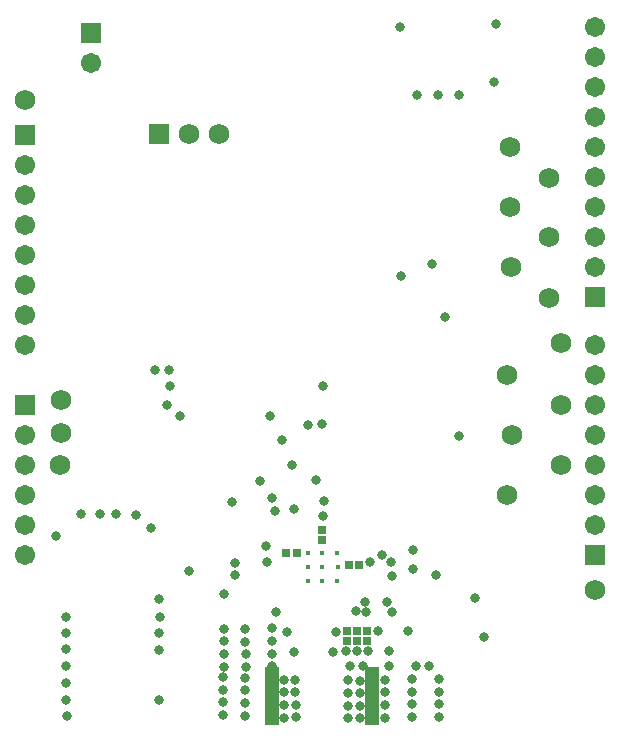
<source format=gbs>
G04 Layer_Color=16711935*
%FSLAX43Y43*%
%MOMM*%
G71*
G01*
G75*
%ADD84R,1.223X4.953*%
%ADD86R,0.723X0.723*%
%ADD92R,0.723X0.723*%
%ADD93R,0.653X0.753*%
%ADD99C,1.753*%
%ADD100C,1.703*%
%ADD101R,1.703X1.703*%
%ADD102R,1.753X1.753*%
%ADD103C,0.803*%
%ADD104C,0.450*%
D84*
X22380Y2375D02*
D03*
X30880D02*
D03*
D86*
X30475Y7075D02*
D03*
Y7875D02*
D03*
X28725Y7875D02*
D03*
Y7075D02*
D03*
X29600Y7075D02*
D03*
Y7875D02*
D03*
X26650Y15625D02*
D03*
Y16425D02*
D03*
D92*
X28950Y13500D02*
D03*
X29750D02*
D03*
D93*
X24500Y14500D02*
D03*
X23600D02*
D03*
D99*
X45875Y36100D02*
D03*
X4525Y27400D02*
D03*
X4475Y21900D02*
D03*
X42575Y48840D02*
D03*
X45850Y46250D02*
D03*
X42575Y43775D02*
D03*
X45850Y41225D02*
D03*
X42600Y38675D02*
D03*
X17915Y49950D02*
D03*
X15375D02*
D03*
X1500Y52850D02*
D03*
X49760Y11325D02*
D03*
X4525Y24650D02*
D03*
X46875Y27000D02*
D03*
X42700Y24475D02*
D03*
X46850Y21900D02*
D03*
X42275Y19400D02*
D03*
X46850Y32300D02*
D03*
X42300Y29550D02*
D03*
D100*
X1500Y32080D02*
D03*
Y34620D02*
D03*
Y37160D02*
D03*
Y39700D02*
D03*
Y42240D02*
D03*
Y44780D02*
D03*
Y47320D02*
D03*
X49760Y38680D02*
D03*
Y43760D02*
D03*
Y46300D02*
D03*
Y48840D02*
D03*
Y51380D02*
D03*
Y53920D02*
D03*
Y56460D02*
D03*
Y59000D02*
D03*
Y41220D02*
D03*
X1500Y14300D02*
D03*
Y16840D02*
D03*
Y19380D02*
D03*
Y21920D02*
D03*
Y24460D02*
D03*
X49760Y32080D02*
D03*
Y29540D02*
D03*
Y27000D02*
D03*
Y24460D02*
D03*
Y21920D02*
D03*
Y19380D02*
D03*
Y16840D02*
D03*
X7100Y55985D02*
D03*
D101*
X1500Y49860D02*
D03*
X49760Y36140D02*
D03*
X1500Y27000D02*
D03*
X49760Y14300D02*
D03*
X7100Y58525D02*
D03*
D102*
X12835Y49950D02*
D03*
D103*
X4100Y15950D02*
D03*
X37075Y34475D02*
D03*
X26625Y25375D02*
D03*
X22225Y26075D02*
D03*
X14625D02*
D03*
X12175Y16575D02*
D03*
X13525Y27025D02*
D03*
X10875Y17675D02*
D03*
X26750Y28600D02*
D03*
X13800D02*
D03*
X9200Y17750D02*
D03*
X33300Y37900D02*
D03*
X13700Y30000D02*
D03*
X35925Y38950D02*
D03*
X7825Y17750D02*
D03*
X12475Y29950D02*
D03*
X6200Y17775D02*
D03*
X12875Y2075D02*
D03*
X5000Y9100D02*
D03*
Y7700D02*
D03*
Y6325D02*
D03*
Y3500D02*
D03*
X12875Y10575D02*
D03*
Y6275D02*
D03*
Y7675D02*
D03*
X12900Y9100D02*
D03*
X5000Y4950D02*
D03*
X5025Y700D02*
D03*
X5000Y2075D02*
D03*
X32000Y3750D02*
D03*
X36550Y1692D02*
D03*
X34275Y625D02*
D03*
X36550Y3825D02*
D03*
X34275D02*
D03*
Y2758D02*
D03*
X36550D02*
D03*
X28992Y4950D02*
D03*
X30110D02*
D03*
X22375Y8100D02*
D03*
Y7033D02*
D03*
X22400Y4900D02*
D03*
Y5967D02*
D03*
X20150Y8050D02*
D03*
Y6983D02*
D03*
X20175Y4850D02*
D03*
Y5917D02*
D03*
X18300Y8075D02*
D03*
Y7008D02*
D03*
X18325Y4875D02*
D03*
Y5942D02*
D03*
X18250Y3975D02*
D03*
Y2908D02*
D03*
X18275Y775D02*
D03*
Y1842D02*
D03*
X20125Y3925D02*
D03*
Y2858D02*
D03*
X20150Y725D02*
D03*
Y1792D02*
D03*
X23400Y3750D02*
D03*
Y2683D02*
D03*
X23425Y550D02*
D03*
Y1617D02*
D03*
X24375Y3775D02*
D03*
Y2708D02*
D03*
X24400Y575D02*
D03*
Y1642D02*
D03*
X32346Y4950D02*
D03*
X35700D02*
D03*
X34582D02*
D03*
X36550Y625D02*
D03*
X34275Y1692D02*
D03*
X29825Y3675D02*
D03*
Y2608D02*
D03*
X29850Y475D02*
D03*
Y1542D02*
D03*
X28850Y3700D02*
D03*
Y2633D02*
D03*
X28875Y500D02*
D03*
Y1567D02*
D03*
X32000Y2683D02*
D03*
Y550D02*
D03*
Y1617D02*
D03*
X30700Y13750D02*
D03*
X31725Y14275D02*
D03*
X34350Y14775D02*
D03*
X27600Y6125D02*
D03*
X24250D02*
D03*
X40350Y7375D02*
D03*
X33900Y7850D02*
D03*
X26800Y18850D02*
D03*
X31350Y7875D02*
D03*
X29625Y6225D02*
D03*
X30500D02*
D03*
X28700D02*
D03*
X41375Y59250D02*
D03*
X33225Y59050D02*
D03*
X23675Y7775D02*
D03*
X22775Y9450D02*
D03*
X22000Y13725D02*
D03*
X21925Y15050D02*
D03*
X19000Y18825D02*
D03*
X19250Y13600D02*
D03*
Y12600D02*
D03*
X18375Y11050D02*
D03*
X27800Y7825D02*
D03*
X32275Y6175D02*
D03*
X30250Y10350D02*
D03*
X29500Y9575D02*
D03*
X32175Y10375D02*
D03*
X39625Y10700D02*
D03*
X32575Y9450D02*
D03*
X22625Y18000D02*
D03*
X22425Y19150D02*
D03*
X21375Y20600D02*
D03*
X24125Y21900D02*
D03*
X24250Y18175D02*
D03*
X36325Y12650D02*
D03*
X34375Y13150D02*
D03*
X30400Y9500D02*
D03*
X32450Y13700D02*
D03*
X32575Y12550D02*
D03*
X26125Y20675D02*
D03*
X15375Y12925D02*
D03*
X23275Y24075D02*
D03*
X26725Y17600D02*
D03*
X25450Y25325D02*
D03*
X41200Y54375D02*
D03*
X38200Y53250D02*
D03*
X36450D02*
D03*
X34675D02*
D03*
X38275Y24425D02*
D03*
D104*
X26675Y12100D02*
D03*
X25475D02*
D03*
X27875D02*
D03*
X27975Y13300D02*
D03*
X25475Y14500D02*
D03*
X26675Y13300D02*
D03*
X27875Y14500D02*
D03*
X26675D02*
D03*
X25475Y13300D02*
D03*
M02*

</source>
